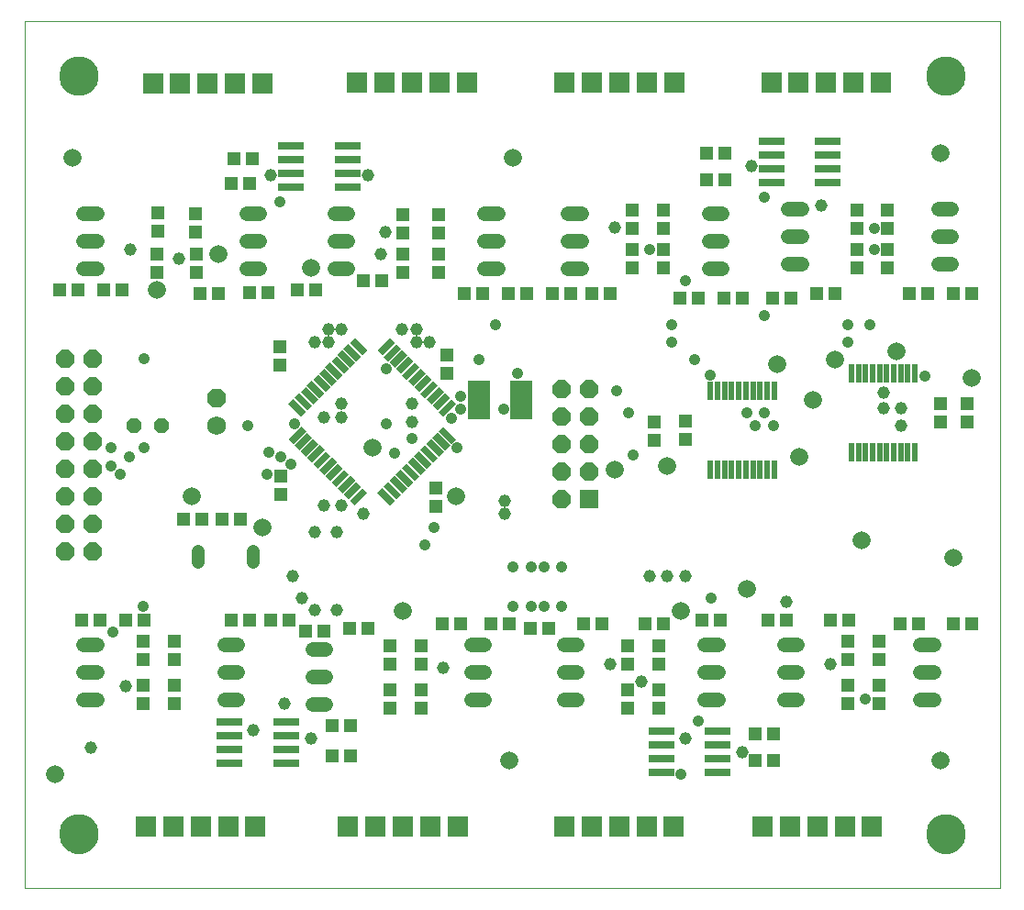
<source format=gts>
G75*
G70*
%OFA0B0*%
%FSLAX24Y24*%
%IPPOS*%
%LPD*%
%AMOC8*
5,1,8,0,0,1.08239X$1,22.5*
%
%ADD10C,0.0000*%
%ADD11C,0.1438*%
%ADD12OC8,0.0660*%
%ADD13R,0.0493X0.0454*%
%ADD14C,0.0460*%
%ADD15R,0.0454X0.0493*%
%ADD16R,0.0769X0.0769*%
%ADD17OC8,0.0690*%
%ADD18C,0.0690*%
%ADD19R,0.0651X0.0257*%
%ADD20R,0.0257X0.0651*%
%ADD21R,0.0660X0.0660*%
%ADD22R,0.0926X0.0296*%
%ADD23C,0.0540*%
%ADD24R,0.0808X0.1399*%
%ADD25R,0.0217X0.0651*%
%ADD26OC8,0.0540*%
%ADD27C,0.0417*%
%ADD28C,0.0457*%
%ADD29C,0.0654*%
D10*
X001180Y001680D02*
X001180Y033176D01*
X036613Y033176D01*
X036613Y001680D01*
X001180Y001680D01*
X002460Y003649D02*
X002462Y003701D01*
X002468Y003753D01*
X002478Y003804D01*
X002491Y003854D01*
X002509Y003904D01*
X002530Y003951D01*
X002554Y003997D01*
X002583Y004041D01*
X002614Y004083D01*
X002648Y004122D01*
X002685Y004159D01*
X002725Y004192D01*
X002768Y004223D01*
X002812Y004250D01*
X002858Y004274D01*
X002907Y004294D01*
X002956Y004310D01*
X003007Y004323D01*
X003058Y004332D01*
X003110Y004337D01*
X003162Y004338D01*
X003214Y004335D01*
X003266Y004328D01*
X003317Y004317D01*
X003367Y004303D01*
X003416Y004284D01*
X003463Y004262D01*
X003508Y004237D01*
X003552Y004208D01*
X003593Y004176D01*
X003632Y004141D01*
X003667Y004103D01*
X003700Y004062D01*
X003730Y004020D01*
X003756Y003975D01*
X003779Y003928D01*
X003798Y003879D01*
X003814Y003829D01*
X003826Y003779D01*
X003834Y003727D01*
X003838Y003675D01*
X003838Y003623D01*
X003834Y003571D01*
X003826Y003519D01*
X003814Y003469D01*
X003798Y003419D01*
X003779Y003370D01*
X003756Y003323D01*
X003730Y003278D01*
X003700Y003236D01*
X003667Y003195D01*
X003632Y003157D01*
X003593Y003122D01*
X003552Y003090D01*
X003508Y003061D01*
X003463Y003036D01*
X003416Y003014D01*
X003367Y002995D01*
X003317Y002981D01*
X003266Y002970D01*
X003214Y002963D01*
X003162Y002960D01*
X003110Y002961D01*
X003058Y002966D01*
X003007Y002975D01*
X002956Y002988D01*
X002907Y003004D01*
X002858Y003024D01*
X002812Y003048D01*
X002768Y003075D01*
X002725Y003106D01*
X002685Y003139D01*
X002648Y003176D01*
X002614Y003215D01*
X002583Y003257D01*
X002554Y003301D01*
X002530Y003347D01*
X002509Y003394D01*
X002491Y003444D01*
X002478Y003494D01*
X002468Y003545D01*
X002462Y003597D01*
X002460Y003649D01*
X002460Y031208D02*
X002462Y031260D01*
X002468Y031312D01*
X002478Y031363D01*
X002491Y031413D01*
X002509Y031463D01*
X002530Y031510D01*
X002554Y031556D01*
X002583Y031600D01*
X002614Y031642D01*
X002648Y031681D01*
X002685Y031718D01*
X002725Y031751D01*
X002768Y031782D01*
X002812Y031809D01*
X002858Y031833D01*
X002907Y031853D01*
X002956Y031869D01*
X003007Y031882D01*
X003058Y031891D01*
X003110Y031896D01*
X003162Y031897D01*
X003214Y031894D01*
X003266Y031887D01*
X003317Y031876D01*
X003367Y031862D01*
X003416Y031843D01*
X003463Y031821D01*
X003508Y031796D01*
X003552Y031767D01*
X003593Y031735D01*
X003632Y031700D01*
X003667Y031662D01*
X003700Y031621D01*
X003730Y031579D01*
X003756Y031534D01*
X003779Y031487D01*
X003798Y031438D01*
X003814Y031388D01*
X003826Y031338D01*
X003834Y031286D01*
X003838Y031234D01*
X003838Y031182D01*
X003834Y031130D01*
X003826Y031078D01*
X003814Y031028D01*
X003798Y030978D01*
X003779Y030929D01*
X003756Y030882D01*
X003730Y030837D01*
X003700Y030795D01*
X003667Y030754D01*
X003632Y030716D01*
X003593Y030681D01*
X003552Y030649D01*
X003508Y030620D01*
X003463Y030595D01*
X003416Y030573D01*
X003367Y030554D01*
X003317Y030540D01*
X003266Y030529D01*
X003214Y030522D01*
X003162Y030519D01*
X003110Y030520D01*
X003058Y030525D01*
X003007Y030534D01*
X002956Y030547D01*
X002907Y030563D01*
X002858Y030583D01*
X002812Y030607D01*
X002768Y030634D01*
X002725Y030665D01*
X002685Y030698D01*
X002648Y030735D01*
X002614Y030774D01*
X002583Y030816D01*
X002554Y030860D01*
X002530Y030906D01*
X002509Y030953D01*
X002491Y031003D01*
X002478Y031053D01*
X002468Y031104D01*
X002462Y031156D01*
X002460Y031208D01*
X033956Y031208D02*
X033958Y031260D01*
X033964Y031312D01*
X033974Y031363D01*
X033987Y031413D01*
X034005Y031463D01*
X034026Y031510D01*
X034050Y031556D01*
X034079Y031600D01*
X034110Y031642D01*
X034144Y031681D01*
X034181Y031718D01*
X034221Y031751D01*
X034264Y031782D01*
X034308Y031809D01*
X034354Y031833D01*
X034403Y031853D01*
X034452Y031869D01*
X034503Y031882D01*
X034554Y031891D01*
X034606Y031896D01*
X034658Y031897D01*
X034710Y031894D01*
X034762Y031887D01*
X034813Y031876D01*
X034863Y031862D01*
X034912Y031843D01*
X034959Y031821D01*
X035004Y031796D01*
X035048Y031767D01*
X035089Y031735D01*
X035128Y031700D01*
X035163Y031662D01*
X035196Y031621D01*
X035226Y031579D01*
X035252Y031534D01*
X035275Y031487D01*
X035294Y031438D01*
X035310Y031388D01*
X035322Y031338D01*
X035330Y031286D01*
X035334Y031234D01*
X035334Y031182D01*
X035330Y031130D01*
X035322Y031078D01*
X035310Y031028D01*
X035294Y030978D01*
X035275Y030929D01*
X035252Y030882D01*
X035226Y030837D01*
X035196Y030795D01*
X035163Y030754D01*
X035128Y030716D01*
X035089Y030681D01*
X035048Y030649D01*
X035004Y030620D01*
X034959Y030595D01*
X034912Y030573D01*
X034863Y030554D01*
X034813Y030540D01*
X034762Y030529D01*
X034710Y030522D01*
X034658Y030519D01*
X034606Y030520D01*
X034554Y030525D01*
X034503Y030534D01*
X034452Y030547D01*
X034403Y030563D01*
X034354Y030583D01*
X034308Y030607D01*
X034264Y030634D01*
X034221Y030665D01*
X034181Y030698D01*
X034144Y030735D01*
X034110Y030774D01*
X034079Y030816D01*
X034050Y030860D01*
X034026Y030906D01*
X034005Y030953D01*
X033987Y031003D01*
X033974Y031053D01*
X033964Y031104D01*
X033958Y031156D01*
X033956Y031208D01*
X033956Y003649D02*
X033958Y003701D01*
X033964Y003753D01*
X033974Y003804D01*
X033987Y003854D01*
X034005Y003904D01*
X034026Y003951D01*
X034050Y003997D01*
X034079Y004041D01*
X034110Y004083D01*
X034144Y004122D01*
X034181Y004159D01*
X034221Y004192D01*
X034264Y004223D01*
X034308Y004250D01*
X034354Y004274D01*
X034403Y004294D01*
X034452Y004310D01*
X034503Y004323D01*
X034554Y004332D01*
X034606Y004337D01*
X034658Y004338D01*
X034710Y004335D01*
X034762Y004328D01*
X034813Y004317D01*
X034863Y004303D01*
X034912Y004284D01*
X034959Y004262D01*
X035004Y004237D01*
X035048Y004208D01*
X035089Y004176D01*
X035128Y004141D01*
X035163Y004103D01*
X035196Y004062D01*
X035226Y004020D01*
X035252Y003975D01*
X035275Y003928D01*
X035294Y003879D01*
X035310Y003829D01*
X035322Y003779D01*
X035330Y003727D01*
X035334Y003675D01*
X035334Y003623D01*
X035330Y003571D01*
X035322Y003519D01*
X035310Y003469D01*
X035294Y003419D01*
X035275Y003370D01*
X035252Y003323D01*
X035226Y003278D01*
X035196Y003236D01*
X035163Y003195D01*
X035128Y003157D01*
X035089Y003122D01*
X035048Y003090D01*
X035004Y003061D01*
X034959Y003036D01*
X034912Y003014D01*
X034863Y002995D01*
X034813Y002981D01*
X034762Y002970D01*
X034710Y002963D01*
X034658Y002960D01*
X034606Y002961D01*
X034554Y002966D01*
X034503Y002975D01*
X034452Y002988D01*
X034403Y003004D01*
X034354Y003024D01*
X034308Y003048D01*
X034264Y003075D01*
X034221Y003106D01*
X034181Y003139D01*
X034144Y003176D01*
X034110Y003215D01*
X034079Y003257D01*
X034050Y003301D01*
X034026Y003347D01*
X034005Y003394D01*
X033987Y003444D01*
X033974Y003494D01*
X033964Y003545D01*
X033958Y003597D01*
X033956Y003649D01*
D11*
X034645Y003649D03*
X034645Y031208D03*
X003149Y031208D03*
X003149Y003649D03*
D12*
X003649Y013928D03*
X003649Y014928D03*
X003649Y015928D03*
X003649Y016928D03*
X003649Y017928D03*
X003649Y018928D03*
X003649Y019928D03*
X003649Y020928D03*
X002649Y020928D03*
X002649Y019928D03*
X002649Y018928D03*
X002649Y017928D03*
X002649Y016928D03*
X002649Y015928D03*
X002649Y014928D03*
X002649Y013928D03*
X020680Y015840D03*
X020680Y016840D03*
X020680Y017840D03*
X021680Y017840D03*
X021680Y016840D03*
X021680Y018840D03*
X020680Y018840D03*
X020680Y019840D03*
X021680Y019840D03*
D13*
X024060Y018615D03*
X024060Y017945D03*
X024380Y024225D03*
X024380Y024895D03*
X024380Y025665D03*
X024380Y026335D03*
X023260Y026335D03*
X023260Y025665D03*
X023260Y024895D03*
X023260Y024225D03*
X016220Y024065D03*
X016220Y024735D03*
X016220Y025505D03*
X016220Y026175D03*
X014940Y026175D03*
X014940Y025505D03*
X014940Y024735D03*
X014940Y024065D03*
X007420Y024065D03*
X007420Y024735D03*
X007380Y025525D03*
X007380Y026195D03*
X006020Y026215D03*
X006020Y025545D03*
X005980Y024735D03*
X005980Y024065D03*
X010480Y016655D03*
X010480Y015985D03*
X009015Y015080D03*
X008345Y015080D03*
X007635Y015100D03*
X006965Y015100D03*
X006620Y010655D03*
X006620Y009985D03*
X006620Y009055D03*
X006620Y008385D03*
X005500Y008385D03*
X005500Y009055D03*
X005500Y009985D03*
X005500Y010655D03*
X014460Y010495D03*
X014460Y009825D03*
X014460Y008895D03*
X014460Y008225D03*
X015580Y008225D03*
X015580Y008895D03*
X015580Y009825D03*
X015580Y010495D03*
X023100Y010495D03*
X023100Y009825D03*
X023100Y008895D03*
X023100Y008225D03*
X024220Y008225D03*
X024220Y008895D03*
X024220Y009825D03*
X024220Y010495D03*
X031100Y010655D03*
X031100Y009985D03*
X032220Y009985D03*
X032220Y010655D03*
X032220Y009055D03*
X032220Y008385D03*
X031100Y008385D03*
X031100Y009055D03*
X035420Y018625D03*
X035420Y019295D03*
X032540Y024225D03*
X032540Y024895D03*
X032540Y025665D03*
X032540Y026335D03*
X031420Y026335D03*
X031420Y025665D03*
X031420Y024895D03*
X031420Y024225D03*
D14*
X009500Y013920D02*
X009500Y013520D01*
X007500Y013520D02*
X007500Y013920D01*
D15*
X008685Y011440D03*
X009355Y011440D03*
X010125Y011440D03*
X010795Y011440D03*
X011405Y011040D03*
X012075Y011040D03*
X013005Y011120D03*
X013675Y011120D03*
X016365Y011280D03*
X017035Y011280D03*
X018125Y011280D03*
X018795Y011280D03*
X019565Y011120D03*
X020235Y011120D03*
X021485Y011280D03*
X022155Y011280D03*
X023725Y011280D03*
X024395Y011280D03*
X025805Y011440D03*
X026475Y011440D03*
X028205Y011440D03*
X028875Y011440D03*
X030445Y011440D03*
X031115Y011440D03*
X033005Y011280D03*
X033675Y011280D03*
X034925Y011280D03*
X035595Y011280D03*
X028395Y007280D03*
X027725Y007280D03*
X027725Y006320D03*
X028395Y006320D03*
X016140Y015545D03*
X016140Y016215D03*
X016540Y020385D03*
X016540Y021055D03*
X017165Y023280D03*
X017835Y023280D03*
X018765Y023280D03*
X019435Y023280D03*
X020365Y023280D03*
X021035Y023280D03*
X021805Y023280D03*
X022475Y023280D03*
X025005Y023120D03*
X025675Y023120D03*
X026605Y023120D03*
X027275Y023120D03*
X028365Y023120D03*
X029035Y023120D03*
X029965Y023280D03*
X030635Y023280D03*
X033325Y023280D03*
X033995Y023280D03*
X034925Y023280D03*
X035595Y023280D03*
X034460Y019295D03*
X034460Y018625D03*
X025180Y018655D03*
X025180Y017985D03*
X025965Y027440D03*
X026635Y027440D03*
X026635Y028400D03*
X025965Y028400D03*
X014155Y023760D03*
X013485Y023760D03*
X011755Y023440D03*
X011085Y023440D03*
X010035Y023320D03*
X009365Y023320D03*
X008235Y023280D03*
X007565Y023280D03*
X004715Y023440D03*
X004045Y023440D03*
X003115Y023440D03*
X002445Y023440D03*
X008685Y027280D03*
X009355Y027280D03*
X009475Y028180D03*
X008805Y028180D03*
X010460Y021375D03*
X010460Y020705D03*
X005515Y011440D03*
X004845Y011440D03*
X003915Y011440D03*
X003245Y011440D03*
X012365Y007600D03*
X013035Y007600D03*
X013035Y006480D03*
X012365Y006480D03*
D16*
X012940Y003920D03*
X013940Y003920D03*
X014940Y003920D03*
X015940Y003920D03*
X016924Y003920D03*
X020780Y003920D03*
X021780Y003920D03*
X022780Y003920D03*
X023780Y003920D03*
X024764Y003920D03*
X027980Y003920D03*
X028980Y003920D03*
X029980Y003920D03*
X030980Y003920D03*
X031964Y003920D03*
X009564Y003920D03*
X008580Y003920D03*
X007580Y003920D03*
X006580Y003920D03*
X005580Y003920D03*
X005856Y030920D03*
X006840Y030920D03*
X007840Y030920D03*
X008840Y030920D03*
X009840Y030920D03*
X013276Y030960D03*
X014260Y030960D03*
X015260Y030960D03*
X016260Y030960D03*
X017260Y030960D03*
X020796Y030960D03*
X021780Y030960D03*
X022780Y030960D03*
X023780Y030960D03*
X024780Y030960D03*
X028316Y030960D03*
X029300Y030960D03*
X030300Y030960D03*
X031300Y030960D03*
X032300Y030960D03*
D17*
X008160Y019500D03*
D18*
X008160Y018500D03*
D19*
G36*
X011412Y018278D02*
X010953Y017819D01*
X010772Y018000D01*
X011231Y018459D01*
X011412Y018278D01*
G37*
G36*
X011635Y018055D02*
X011176Y017596D01*
X010995Y017777D01*
X011454Y018236D01*
X011635Y018055D01*
G37*
G36*
X011857Y017832D02*
X011398Y017373D01*
X011217Y017554D01*
X011676Y018013D01*
X011857Y017832D01*
G37*
G36*
X012080Y017610D02*
X011621Y017151D01*
X011440Y017332D01*
X011899Y017791D01*
X012080Y017610D01*
G37*
G36*
X012303Y017387D02*
X011844Y016928D01*
X011663Y017109D01*
X012122Y017568D01*
X012303Y017387D01*
G37*
G36*
X012525Y017164D02*
X012066Y016705D01*
X011885Y016886D01*
X012344Y017345D01*
X012525Y017164D01*
G37*
G36*
X012748Y016942D02*
X012289Y016483D01*
X012108Y016664D01*
X012567Y017123D01*
X012748Y016942D01*
G37*
G36*
X012971Y016719D02*
X012512Y016260D01*
X012331Y016441D01*
X012790Y016900D01*
X012971Y016719D01*
G37*
G36*
X013193Y016496D02*
X012734Y016037D01*
X012553Y016218D01*
X013012Y016677D01*
X013193Y016496D01*
G37*
G36*
X013416Y016274D02*
X012957Y015815D01*
X012776Y015996D01*
X013235Y016455D01*
X013416Y016274D01*
G37*
G36*
X013639Y016051D02*
X013180Y015592D01*
X012999Y015773D01*
X013458Y016232D01*
X013639Y016051D01*
G37*
G36*
X016868Y019280D02*
X016409Y018821D01*
X016228Y019002D01*
X016687Y019461D01*
X016868Y019280D01*
G37*
G36*
X016645Y019503D02*
X016186Y019044D01*
X016005Y019225D01*
X016464Y019684D01*
X016645Y019503D01*
G37*
G36*
X016423Y019726D02*
X015964Y019267D01*
X015783Y019448D01*
X016242Y019907D01*
X016423Y019726D01*
G37*
G36*
X016200Y019948D02*
X015741Y019489D01*
X015560Y019670D01*
X016019Y020129D01*
X016200Y019948D01*
G37*
G36*
X015977Y020171D02*
X015518Y019712D01*
X015337Y019893D01*
X015796Y020352D01*
X015977Y020171D01*
G37*
G36*
X015755Y020394D02*
X015296Y019935D01*
X015115Y020116D01*
X015574Y020575D01*
X015755Y020394D01*
G37*
G36*
X015532Y020616D02*
X015073Y020157D01*
X014892Y020338D01*
X015351Y020797D01*
X015532Y020616D01*
G37*
G36*
X015309Y020839D02*
X014850Y020380D01*
X014669Y020561D01*
X015128Y021020D01*
X015309Y020839D01*
G37*
G36*
X015087Y021062D02*
X014628Y020603D01*
X014447Y020784D01*
X014906Y021243D01*
X015087Y021062D01*
G37*
G36*
X014864Y021284D02*
X014405Y020825D01*
X014224Y021006D01*
X014683Y021465D01*
X014864Y021284D01*
G37*
G36*
X014641Y021507D02*
X014182Y021048D01*
X014001Y021229D01*
X014460Y021688D01*
X014641Y021507D01*
G37*
D20*
G36*
X013639Y021229D02*
X013458Y021048D01*
X012999Y021507D01*
X013180Y021688D01*
X013639Y021229D01*
G37*
G36*
X013416Y021006D02*
X013235Y020825D01*
X012776Y021284D01*
X012957Y021465D01*
X013416Y021006D01*
G37*
G36*
X013193Y020784D02*
X013012Y020603D01*
X012553Y021062D01*
X012734Y021243D01*
X013193Y020784D01*
G37*
G36*
X012971Y020561D02*
X012790Y020380D01*
X012331Y020839D01*
X012512Y021020D01*
X012971Y020561D01*
G37*
G36*
X012748Y020338D02*
X012567Y020157D01*
X012108Y020616D01*
X012289Y020797D01*
X012748Y020338D01*
G37*
G36*
X012525Y020116D02*
X012344Y019935D01*
X011885Y020394D01*
X012066Y020575D01*
X012525Y020116D01*
G37*
G36*
X012303Y019893D02*
X012122Y019712D01*
X011663Y020171D01*
X011844Y020352D01*
X012303Y019893D01*
G37*
G36*
X012080Y019670D02*
X011899Y019489D01*
X011440Y019948D01*
X011621Y020129D01*
X012080Y019670D01*
G37*
G36*
X011857Y019448D02*
X011676Y019267D01*
X011217Y019726D01*
X011398Y019907D01*
X011857Y019448D01*
G37*
G36*
X011635Y019225D02*
X011454Y019044D01*
X010995Y019503D01*
X011176Y019684D01*
X011635Y019225D01*
G37*
G36*
X011412Y019002D02*
X011231Y018821D01*
X010772Y019280D01*
X010953Y019461D01*
X011412Y019002D01*
G37*
G36*
X015087Y016218D02*
X014906Y016037D01*
X014447Y016496D01*
X014628Y016677D01*
X015087Y016218D01*
G37*
G36*
X015309Y016441D02*
X015128Y016260D01*
X014669Y016719D01*
X014850Y016900D01*
X015309Y016441D01*
G37*
G36*
X015532Y016664D02*
X015351Y016483D01*
X014892Y016942D01*
X015073Y017123D01*
X015532Y016664D01*
G37*
G36*
X015755Y016886D02*
X015574Y016705D01*
X015115Y017164D01*
X015296Y017345D01*
X015755Y016886D01*
G37*
G36*
X015977Y017109D02*
X015796Y016928D01*
X015337Y017387D01*
X015518Y017568D01*
X015977Y017109D01*
G37*
G36*
X016200Y017332D02*
X016019Y017151D01*
X015560Y017610D01*
X015741Y017791D01*
X016200Y017332D01*
G37*
G36*
X016423Y017554D02*
X016242Y017373D01*
X015783Y017832D01*
X015964Y018013D01*
X016423Y017554D01*
G37*
G36*
X016645Y017777D02*
X016464Y017596D01*
X016005Y018055D01*
X016186Y018236D01*
X016645Y017777D01*
G37*
G36*
X016868Y018000D02*
X016687Y017819D01*
X016228Y018278D01*
X016409Y018459D01*
X016868Y018000D01*
G37*
G36*
X014864Y015996D02*
X014683Y015815D01*
X014224Y016274D01*
X014405Y016455D01*
X014864Y015996D01*
G37*
G36*
X014641Y015773D02*
X014460Y015592D01*
X014001Y016051D01*
X014182Y016232D01*
X014641Y015773D01*
G37*
D21*
X021680Y015840D03*
D22*
X024316Y007390D03*
X024316Y006890D03*
X024316Y006390D03*
X024316Y005890D03*
X026364Y005890D03*
X026364Y006390D03*
X026364Y006890D03*
X026364Y007390D03*
X010684Y007210D03*
X010684Y006710D03*
X010684Y006210D03*
X010684Y007710D03*
X008636Y007710D03*
X008636Y007210D03*
X008636Y006710D03*
X008636Y006210D03*
X010876Y027170D03*
X010876Y027670D03*
X010876Y028170D03*
X010876Y028670D03*
X012924Y028670D03*
X012924Y028170D03*
X012924Y027670D03*
X012924Y027170D03*
X028316Y027330D03*
X028316Y027830D03*
X028316Y028330D03*
X028316Y028830D03*
X030364Y028830D03*
X030364Y028330D03*
X030364Y027830D03*
X030364Y027330D03*
D23*
X029420Y026360D02*
X028940Y026360D01*
X028940Y025360D02*
X029420Y025360D01*
X029420Y024360D02*
X028940Y024360D01*
X026540Y024200D02*
X026060Y024200D01*
X026060Y025200D02*
X026540Y025200D01*
X026540Y026200D02*
X026060Y026200D01*
X021420Y026200D02*
X020940Y026200D01*
X020940Y025200D02*
X021420Y025200D01*
X021420Y024200D02*
X020940Y024200D01*
X018380Y024200D02*
X017900Y024200D01*
X017900Y025200D02*
X018380Y025200D01*
X018380Y026200D02*
X017900Y026200D01*
X012940Y026200D02*
X012460Y026200D01*
X012460Y025200D02*
X012940Y025200D01*
X012940Y024200D02*
X012460Y024200D01*
X009740Y024200D02*
X009260Y024200D01*
X009260Y025200D02*
X009740Y025200D01*
X009740Y026200D02*
X009260Y026200D01*
X003820Y026200D02*
X003340Y026200D01*
X003340Y025200D02*
X003820Y025200D01*
X003820Y024200D02*
X003340Y024200D01*
X003340Y010520D02*
X003820Y010520D01*
X003820Y009520D02*
X003340Y009520D01*
X003340Y008520D02*
X003820Y008520D01*
X008460Y008520D02*
X008940Y008520D01*
X008940Y009520D02*
X008460Y009520D01*
X008460Y010520D02*
X008940Y010520D01*
X011660Y010360D02*
X012140Y010360D01*
X012140Y009360D02*
X011660Y009360D01*
X011660Y008360D02*
X012140Y008360D01*
X017420Y008520D02*
X017900Y008520D01*
X017900Y009520D02*
X017420Y009520D01*
X017420Y010520D02*
X017900Y010520D01*
X020780Y010520D02*
X021260Y010520D01*
X021260Y009520D02*
X020780Y009520D01*
X020780Y008520D02*
X021260Y008520D01*
X025900Y008520D02*
X026380Y008520D01*
X026380Y009520D02*
X025900Y009520D01*
X025900Y010520D02*
X026380Y010520D01*
X028780Y010520D02*
X029260Y010520D01*
X029260Y009520D02*
X028780Y009520D01*
X028780Y008520D02*
X029260Y008520D01*
X033740Y008520D02*
X034220Y008520D01*
X034220Y009520D02*
X033740Y009520D01*
X033740Y010520D02*
X034220Y010520D01*
X034380Y024360D02*
X034860Y024360D01*
X034860Y025360D02*
X034380Y025360D01*
X034380Y026360D02*
X034860Y026360D01*
D24*
X019228Y019440D03*
X017692Y019440D03*
D25*
X026108Y019747D03*
X026364Y019747D03*
X026620Y019747D03*
X026876Y019747D03*
X027132Y019747D03*
X027388Y019747D03*
X027644Y019747D03*
X027900Y019747D03*
X028156Y019747D03*
X028412Y019747D03*
X031228Y020387D03*
X031484Y020387D03*
X031740Y020387D03*
X031996Y020387D03*
X032252Y020387D03*
X032508Y020387D03*
X032764Y020387D03*
X033020Y020387D03*
X033276Y020387D03*
X033532Y020387D03*
X033532Y017533D03*
X033276Y017533D03*
X033020Y017533D03*
X032764Y017533D03*
X032508Y017533D03*
X032252Y017533D03*
X031996Y017533D03*
X031740Y017533D03*
X031484Y017533D03*
X031228Y017533D03*
X028412Y016893D03*
X028156Y016893D03*
X027900Y016893D03*
X027644Y016893D03*
X027388Y016893D03*
X027132Y016893D03*
X026876Y016893D03*
X026620Y016893D03*
X026364Y016893D03*
X026108Y016893D03*
D26*
X006160Y018480D03*
X005160Y018480D03*
D27*
X005540Y017680D03*
X004980Y017360D03*
X004340Y017040D03*
X004660Y016720D03*
X004340Y017680D03*
X005540Y020920D03*
X009300Y018480D03*
X010060Y017520D03*
X010500Y017360D03*
X010860Y017080D03*
X009980Y016720D03*
X010980Y018560D03*
X014340Y018560D03*
X015260Y018040D03*
X014620Y017480D03*
X016700Y018760D03*
X017020Y019080D03*
X017020Y019560D03*
X017700Y020880D03*
X018300Y022160D03*
X019100Y020400D03*
X018580Y019080D03*
X016900Y017680D03*
X016060Y014800D03*
X015740Y014160D03*
X018940Y013360D03*
X019580Y013360D03*
X020060Y013360D03*
X020700Y013360D03*
X020700Y011920D03*
X020060Y011920D03*
X019580Y011920D03*
X018940Y011920D03*
X023300Y017440D03*
X023140Y018960D03*
X022700Y019760D03*
X024700Y021520D03*
X024700Y022160D03*
X025540Y020880D03*
X026100Y020320D03*
X027420Y018960D03*
X027740Y018480D03*
X028060Y018960D03*
X028380Y018480D03*
X031100Y021520D03*
X031100Y022160D03*
X031900Y022160D03*
X033900Y020280D03*
X032060Y024880D03*
X032060Y025665D03*
X028060Y026800D03*
X025180Y023760D03*
X023900Y024880D03*
X028060Y022480D03*
X026140Y012240D03*
X025660Y007760D03*
X025020Y005840D03*
X031740Y008560D03*
X014340Y020560D03*
X010460Y026640D03*
X005500Y011920D03*
X004380Y011000D03*
D28*
X004860Y009040D03*
X003580Y006800D03*
X009500Y007440D03*
X010620Y008400D03*
X011580Y007120D03*
X016380Y009680D03*
X012540Y011800D03*
X011740Y011800D03*
X011260Y012240D03*
X010940Y013040D03*
X011740Y014640D03*
X012540Y014640D03*
X013500Y015280D03*
X012700Y015600D03*
X012060Y015600D03*
X012060Y018800D03*
X012700Y018800D03*
X012700Y019280D03*
X012220Y021520D03*
X011740Y021520D03*
X012220Y022000D03*
X012700Y022000D03*
X014900Y022000D03*
X015420Y022000D03*
X015420Y021520D03*
X015900Y021520D03*
X015260Y019280D03*
X015260Y018640D03*
X018620Y015760D03*
X018620Y015280D03*
X023900Y013040D03*
X024540Y013040D03*
X025180Y013040D03*
X022460Y009840D03*
X023580Y009200D03*
X025180Y007120D03*
X027260Y006640D03*
X030460Y009840D03*
X028860Y012080D03*
X033020Y018480D03*
X033020Y019120D03*
X032380Y019120D03*
X032380Y019680D03*
X030140Y026480D03*
X027580Y027920D03*
X022620Y025680D03*
X014300Y025520D03*
X014140Y024720D03*
X013660Y027600D03*
X010140Y027600D03*
X006780Y024560D03*
X005020Y024880D03*
D29*
X005980Y023440D03*
X008220Y024720D03*
X011580Y024240D03*
X013820Y017680D03*
X016860Y015920D03*
X014940Y011760D03*
X009820Y014800D03*
X007260Y015920D03*
X002300Y005840D03*
X018780Y006320D03*
X025020Y011760D03*
X027420Y012560D03*
X031580Y014320D03*
X034940Y013680D03*
X029340Y017360D03*
X029820Y019440D03*
X030620Y020880D03*
X028540Y020720D03*
X032860Y021200D03*
X035580Y020240D03*
X034460Y028400D03*
X024540Y017040D03*
X022620Y016880D03*
X034460Y006320D03*
X018940Y028240D03*
X002940Y028240D03*
M02*

</source>
